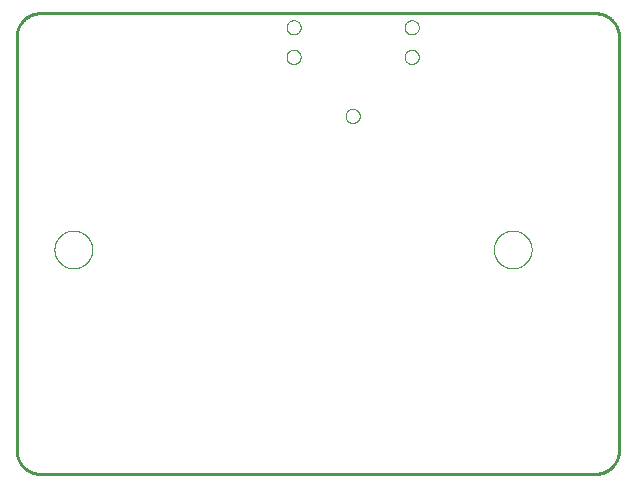
<source format=gbp>
G75*
%MOIN*%
%OFA0B0*%
%FSLAX25Y25*%
%IPPOS*%
%LPD*%
%AMOC8*
5,1,8,0,0,1.08239X$1,22.5*
%
%ADD10C,0.00000*%
%ADD11C,0.01000*%
D10*
X0014099Y0081103D02*
X0014101Y0081261D01*
X0014107Y0081419D01*
X0014117Y0081577D01*
X0014131Y0081735D01*
X0014149Y0081892D01*
X0014170Y0082049D01*
X0014196Y0082205D01*
X0014226Y0082361D01*
X0014259Y0082516D01*
X0014297Y0082669D01*
X0014338Y0082822D01*
X0014383Y0082974D01*
X0014432Y0083125D01*
X0014485Y0083274D01*
X0014541Y0083422D01*
X0014601Y0083568D01*
X0014665Y0083713D01*
X0014733Y0083856D01*
X0014804Y0083998D01*
X0014878Y0084138D01*
X0014956Y0084275D01*
X0015038Y0084411D01*
X0015122Y0084545D01*
X0015211Y0084676D01*
X0015302Y0084805D01*
X0015397Y0084932D01*
X0015494Y0085057D01*
X0015595Y0085179D01*
X0015699Y0085298D01*
X0015806Y0085415D01*
X0015916Y0085529D01*
X0016029Y0085640D01*
X0016144Y0085749D01*
X0016262Y0085854D01*
X0016383Y0085956D01*
X0016506Y0086056D01*
X0016632Y0086152D01*
X0016760Y0086245D01*
X0016890Y0086335D01*
X0017023Y0086421D01*
X0017158Y0086505D01*
X0017294Y0086584D01*
X0017433Y0086661D01*
X0017574Y0086733D01*
X0017716Y0086803D01*
X0017860Y0086868D01*
X0018006Y0086930D01*
X0018153Y0086988D01*
X0018302Y0087043D01*
X0018452Y0087094D01*
X0018603Y0087141D01*
X0018755Y0087184D01*
X0018908Y0087223D01*
X0019063Y0087259D01*
X0019218Y0087290D01*
X0019374Y0087318D01*
X0019530Y0087342D01*
X0019687Y0087362D01*
X0019845Y0087378D01*
X0020002Y0087390D01*
X0020161Y0087398D01*
X0020319Y0087402D01*
X0020477Y0087402D01*
X0020635Y0087398D01*
X0020794Y0087390D01*
X0020951Y0087378D01*
X0021109Y0087362D01*
X0021266Y0087342D01*
X0021422Y0087318D01*
X0021578Y0087290D01*
X0021733Y0087259D01*
X0021888Y0087223D01*
X0022041Y0087184D01*
X0022193Y0087141D01*
X0022344Y0087094D01*
X0022494Y0087043D01*
X0022643Y0086988D01*
X0022790Y0086930D01*
X0022936Y0086868D01*
X0023080Y0086803D01*
X0023222Y0086733D01*
X0023363Y0086661D01*
X0023502Y0086584D01*
X0023638Y0086505D01*
X0023773Y0086421D01*
X0023906Y0086335D01*
X0024036Y0086245D01*
X0024164Y0086152D01*
X0024290Y0086056D01*
X0024413Y0085956D01*
X0024534Y0085854D01*
X0024652Y0085749D01*
X0024767Y0085640D01*
X0024880Y0085529D01*
X0024990Y0085415D01*
X0025097Y0085298D01*
X0025201Y0085179D01*
X0025302Y0085057D01*
X0025399Y0084932D01*
X0025494Y0084805D01*
X0025585Y0084676D01*
X0025674Y0084545D01*
X0025758Y0084411D01*
X0025840Y0084275D01*
X0025918Y0084138D01*
X0025992Y0083998D01*
X0026063Y0083856D01*
X0026131Y0083713D01*
X0026195Y0083568D01*
X0026255Y0083422D01*
X0026311Y0083274D01*
X0026364Y0083125D01*
X0026413Y0082974D01*
X0026458Y0082822D01*
X0026499Y0082669D01*
X0026537Y0082516D01*
X0026570Y0082361D01*
X0026600Y0082205D01*
X0026626Y0082049D01*
X0026647Y0081892D01*
X0026665Y0081735D01*
X0026679Y0081577D01*
X0026689Y0081419D01*
X0026695Y0081261D01*
X0026697Y0081103D01*
X0026695Y0080945D01*
X0026689Y0080787D01*
X0026679Y0080629D01*
X0026665Y0080471D01*
X0026647Y0080314D01*
X0026626Y0080157D01*
X0026600Y0080001D01*
X0026570Y0079845D01*
X0026537Y0079690D01*
X0026499Y0079537D01*
X0026458Y0079384D01*
X0026413Y0079232D01*
X0026364Y0079081D01*
X0026311Y0078932D01*
X0026255Y0078784D01*
X0026195Y0078638D01*
X0026131Y0078493D01*
X0026063Y0078350D01*
X0025992Y0078208D01*
X0025918Y0078068D01*
X0025840Y0077931D01*
X0025758Y0077795D01*
X0025674Y0077661D01*
X0025585Y0077530D01*
X0025494Y0077401D01*
X0025399Y0077274D01*
X0025302Y0077149D01*
X0025201Y0077027D01*
X0025097Y0076908D01*
X0024990Y0076791D01*
X0024880Y0076677D01*
X0024767Y0076566D01*
X0024652Y0076457D01*
X0024534Y0076352D01*
X0024413Y0076250D01*
X0024290Y0076150D01*
X0024164Y0076054D01*
X0024036Y0075961D01*
X0023906Y0075871D01*
X0023773Y0075785D01*
X0023638Y0075701D01*
X0023502Y0075622D01*
X0023363Y0075545D01*
X0023222Y0075473D01*
X0023080Y0075403D01*
X0022936Y0075338D01*
X0022790Y0075276D01*
X0022643Y0075218D01*
X0022494Y0075163D01*
X0022344Y0075112D01*
X0022193Y0075065D01*
X0022041Y0075022D01*
X0021888Y0074983D01*
X0021733Y0074947D01*
X0021578Y0074916D01*
X0021422Y0074888D01*
X0021266Y0074864D01*
X0021109Y0074844D01*
X0020951Y0074828D01*
X0020794Y0074816D01*
X0020635Y0074808D01*
X0020477Y0074804D01*
X0020319Y0074804D01*
X0020161Y0074808D01*
X0020002Y0074816D01*
X0019845Y0074828D01*
X0019687Y0074844D01*
X0019530Y0074864D01*
X0019374Y0074888D01*
X0019218Y0074916D01*
X0019063Y0074947D01*
X0018908Y0074983D01*
X0018755Y0075022D01*
X0018603Y0075065D01*
X0018452Y0075112D01*
X0018302Y0075163D01*
X0018153Y0075218D01*
X0018006Y0075276D01*
X0017860Y0075338D01*
X0017716Y0075403D01*
X0017574Y0075473D01*
X0017433Y0075545D01*
X0017294Y0075622D01*
X0017158Y0075701D01*
X0017023Y0075785D01*
X0016890Y0075871D01*
X0016760Y0075961D01*
X0016632Y0076054D01*
X0016506Y0076150D01*
X0016383Y0076250D01*
X0016262Y0076352D01*
X0016144Y0076457D01*
X0016029Y0076566D01*
X0015916Y0076677D01*
X0015806Y0076791D01*
X0015699Y0076908D01*
X0015595Y0077027D01*
X0015494Y0077149D01*
X0015397Y0077274D01*
X0015302Y0077401D01*
X0015211Y0077530D01*
X0015122Y0077661D01*
X0015038Y0077795D01*
X0014956Y0077931D01*
X0014878Y0078068D01*
X0014804Y0078208D01*
X0014733Y0078350D01*
X0014665Y0078493D01*
X0014601Y0078638D01*
X0014541Y0078784D01*
X0014485Y0078932D01*
X0014432Y0079081D01*
X0014383Y0079232D01*
X0014338Y0079384D01*
X0014297Y0079537D01*
X0014259Y0079690D01*
X0014226Y0079845D01*
X0014196Y0080001D01*
X0014170Y0080157D01*
X0014149Y0080314D01*
X0014131Y0080471D01*
X0014117Y0080629D01*
X0014107Y0080787D01*
X0014101Y0080945D01*
X0014099Y0081103D01*
X0091453Y0145300D02*
X0091455Y0145397D01*
X0091461Y0145494D01*
X0091471Y0145590D01*
X0091485Y0145686D01*
X0091503Y0145782D01*
X0091524Y0145876D01*
X0091550Y0145970D01*
X0091579Y0146062D01*
X0091613Y0146153D01*
X0091649Y0146243D01*
X0091690Y0146331D01*
X0091734Y0146417D01*
X0091782Y0146502D01*
X0091833Y0146584D01*
X0091887Y0146665D01*
X0091945Y0146743D01*
X0092006Y0146818D01*
X0092069Y0146891D01*
X0092136Y0146962D01*
X0092206Y0147029D01*
X0092278Y0147094D01*
X0092353Y0147155D01*
X0092431Y0147214D01*
X0092510Y0147269D01*
X0092592Y0147321D01*
X0092676Y0147369D01*
X0092762Y0147414D01*
X0092850Y0147456D01*
X0092939Y0147494D01*
X0093030Y0147528D01*
X0093122Y0147558D01*
X0093215Y0147585D01*
X0093310Y0147607D01*
X0093405Y0147626D01*
X0093501Y0147641D01*
X0093597Y0147652D01*
X0093694Y0147659D01*
X0093791Y0147662D01*
X0093888Y0147661D01*
X0093985Y0147656D01*
X0094081Y0147647D01*
X0094177Y0147634D01*
X0094273Y0147617D01*
X0094368Y0147596D01*
X0094461Y0147572D01*
X0094554Y0147543D01*
X0094646Y0147511D01*
X0094736Y0147475D01*
X0094824Y0147436D01*
X0094911Y0147392D01*
X0094996Y0147346D01*
X0095079Y0147295D01*
X0095160Y0147242D01*
X0095238Y0147185D01*
X0095315Y0147125D01*
X0095388Y0147062D01*
X0095459Y0146996D01*
X0095527Y0146927D01*
X0095593Y0146855D01*
X0095655Y0146781D01*
X0095714Y0146704D01*
X0095770Y0146625D01*
X0095823Y0146543D01*
X0095873Y0146460D01*
X0095918Y0146374D01*
X0095961Y0146287D01*
X0096000Y0146198D01*
X0096035Y0146108D01*
X0096066Y0146016D01*
X0096093Y0145923D01*
X0096117Y0145829D01*
X0096137Y0145734D01*
X0096153Y0145638D01*
X0096165Y0145542D01*
X0096173Y0145445D01*
X0096177Y0145348D01*
X0096177Y0145252D01*
X0096173Y0145155D01*
X0096165Y0145058D01*
X0096153Y0144962D01*
X0096137Y0144866D01*
X0096117Y0144771D01*
X0096093Y0144677D01*
X0096066Y0144584D01*
X0096035Y0144492D01*
X0096000Y0144402D01*
X0095961Y0144313D01*
X0095918Y0144226D01*
X0095873Y0144140D01*
X0095823Y0144057D01*
X0095770Y0143975D01*
X0095714Y0143896D01*
X0095655Y0143819D01*
X0095593Y0143745D01*
X0095527Y0143673D01*
X0095459Y0143604D01*
X0095388Y0143538D01*
X0095315Y0143475D01*
X0095238Y0143415D01*
X0095160Y0143358D01*
X0095079Y0143305D01*
X0094996Y0143254D01*
X0094911Y0143208D01*
X0094824Y0143164D01*
X0094736Y0143125D01*
X0094646Y0143089D01*
X0094554Y0143057D01*
X0094461Y0143028D01*
X0094368Y0143004D01*
X0094273Y0142983D01*
X0094177Y0142966D01*
X0094081Y0142953D01*
X0093985Y0142944D01*
X0093888Y0142939D01*
X0093791Y0142938D01*
X0093694Y0142941D01*
X0093597Y0142948D01*
X0093501Y0142959D01*
X0093405Y0142974D01*
X0093310Y0142993D01*
X0093215Y0143015D01*
X0093122Y0143042D01*
X0093030Y0143072D01*
X0092939Y0143106D01*
X0092850Y0143144D01*
X0092762Y0143186D01*
X0092676Y0143231D01*
X0092592Y0143279D01*
X0092510Y0143331D01*
X0092431Y0143386D01*
X0092353Y0143445D01*
X0092278Y0143506D01*
X0092206Y0143571D01*
X0092136Y0143638D01*
X0092069Y0143709D01*
X0092006Y0143782D01*
X0091945Y0143857D01*
X0091887Y0143935D01*
X0091833Y0144016D01*
X0091782Y0144098D01*
X0091734Y0144183D01*
X0091690Y0144269D01*
X0091649Y0144357D01*
X0091613Y0144447D01*
X0091579Y0144538D01*
X0091550Y0144630D01*
X0091524Y0144724D01*
X0091503Y0144818D01*
X0091485Y0144914D01*
X0091471Y0145010D01*
X0091461Y0145106D01*
X0091455Y0145203D01*
X0091453Y0145300D01*
X0091453Y0155143D02*
X0091455Y0155240D01*
X0091461Y0155337D01*
X0091471Y0155433D01*
X0091485Y0155529D01*
X0091503Y0155625D01*
X0091524Y0155719D01*
X0091550Y0155813D01*
X0091579Y0155905D01*
X0091613Y0155996D01*
X0091649Y0156086D01*
X0091690Y0156174D01*
X0091734Y0156260D01*
X0091782Y0156345D01*
X0091833Y0156427D01*
X0091887Y0156508D01*
X0091945Y0156586D01*
X0092006Y0156661D01*
X0092069Y0156734D01*
X0092136Y0156805D01*
X0092206Y0156872D01*
X0092278Y0156937D01*
X0092353Y0156998D01*
X0092431Y0157057D01*
X0092510Y0157112D01*
X0092592Y0157164D01*
X0092676Y0157212D01*
X0092762Y0157257D01*
X0092850Y0157299D01*
X0092939Y0157337D01*
X0093030Y0157371D01*
X0093122Y0157401D01*
X0093215Y0157428D01*
X0093310Y0157450D01*
X0093405Y0157469D01*
X0093501Y0157484D01*
X0093597Y0157495D01*
X0093694Y0157502D01*
X0093791Y0157505D01*
X0093888Y0157504D01*
X0093985Y0157499D01*
X0094081Y0157490D01*
X0094177Y0157477D01*
X0094273Y0157460D01*
X0094368Y0157439D01*
X0094461Y0157415D01*
X0094554Y0157386D01*
X0094646Y0157354D01*
X0094736Y0157318D01*
X0094824Y0157279D01*
X0094911Y0157235D01*
X0094996Y0157189D01*
X0095079Y0157138D01*
X0095160Y0157085D01*
X0095238Y0157028D01*
X0095315Y0156968D01*
X0095388Y0156905D01*
X0095459Y0156839D01*
X0095527Y0156770D01*
X0095593Y0156698D01*
X0095655Y0156624D01*
X0095714Y0156547D01*
X0095770Y0156468D01*
X0095823Y0156386D01*
X0095873Y0156303D01*
X0095918Y0156217D01*
X0095961Y0156130D01*
X0096000Y0156041D01*
X0096035Y0155951D01*
X0096066Y0155859D01*
X0096093Y0155766D01*
X0096117Y0155672D01*
X0096137Y0155577D01*
X0096153Y0155481D01*
X0096165Y0155385D01*
X0096173Y0155288D01*
X0096177Y0155191D01*
X0096177Y0155095D01*
X0096173Y0154998D01*
X0096165Y0154901D01*
X0096153Y0154805D01*
X0096137Y0154709D01*
X0096117Y0154614D01*
X0096093Y0154520D01*
X0096066Y0154427D01*
X0096035Y0154335D01*
X0096000Y0154245D01*
X0095961Y0154156D01*
X0095918Y0154069D01*
X0095873Y0153983D01*
X0095823Y0153900D01*
X0095770Y0153818D01*
X0095714Y0153739D01*
X0095655Y0153662D01*
X0095593Y0153588D01*
X0095527Y0153516D01*
X0095459Y0153447D01*
X0095388Y0153381D01*
X0095315Y0153318D01*
X0095238Y0153258D01*
X0095160Y0153201D01*
X0095079Y0153148D01*
X0094996Y0153097D01*
X0094911Y0153051D01*
X0094824Y0153007D01*
X0094736Y0152968D01*
X0094646Y0152932D01*
X0094554Y0152900D01*
X0094461Y0152871D01*
X0094368Y0152847D01*
X0094273Y0152826D01*
X0094177Y0152809D01*
X0094081Y0152796D01*
X0093985Y0152787D01*
X0093888Y0152782D01*
X0093791Y0152781D01*
X0093694Y0152784D01*
X0093597Y0152791D01*
X0093501Y0152802D01*
X0093405Y0152817D01*
X0093310Y0152836D01*
X0093215Y0152858D01*
X0093122Y0152885D01*
X0093030Y0152915D01*
X0092939Y0152949D01*
X0092850Y0152987D01*
X0092762Y0153029D01*
X0092676Y0153074D01*
X0092592Y0153122D01*
X0092510Y0153174D01*
X0092431Y0153229D01*
X0092353Y0153288D01*
X0092278Y0153349D01*
X0092206Y0153414D01*
X0092136Y0153481D01*
X0092069Y0153552D01*
X0092006Y0153625D01*
X0091945Y0153700D01*
X0091887Y0153778D01*
X0091833Y0153859D01*
X0091782Y0153941D01*
X0091734Y0154026D01*
X0091690Y0154112D01*
X0091649Y0154200D01*
X0091613Y0154290D01*
X0091579Y0154381D01*
X0091550Y0154473D01*
X0091524Y0154567D01*
X0091503Y0154661D01*
X0091485Y0154757D01*
X0091471Y0154853D01*
X0091461Y0154949D01*
X0091455Y0155046D01*
X0091453Y0155143D01*
X0111138Y0125615D02*
X0111140Y0125712D01*
X0111146Y0125809D01*
X0111156Y0125905D01*
X0111170Y0126001D01*
X0111188Y0126097D01*
X0111209Y0126191D01*
X0111235Y0126285D01*
X0111264Y0126377D01*
X0111298Y0126468D01*
X0111334Y0126558D01*
X0111375Y0126646D01*
X0111419Y0126732D01*
X0111467Y0126817D01*
X0111518Y0126899D01*
X0111572Y0126980D01*
X0111630Y0127058D01*
X0111691Y0127133D01*
X0111754Y0127206D01*
X0111821Y0127277D01*
X0111891Y0127344D01*
X0111963Y0127409D01*
X0112038Y0127470D01*
X0112116Y0127529D01*
X0112195Y0127584D01*
X0112277Y0127636D01*
X0112361Y0127684D01*
X0112447Y0127729D01*
X0112535Y0127771D01*
X0112624Y0127809D01*
X0112715Y0127843D01*
X0112807Y0127873D01*
X0112900Y0127900D01*
X0112995Y0127922D01*
X0113090Y0127941D01*
X0113186Y0127956D01*
X0113282Y0127967D01*
X0113379Y0127974D01*
X0113476Y0127977D01*
X0113573Y0127976D01*
X0113670Y0127971D01*
X0113766Y0127962D01*
X0113862Y0127949D01*
X0113958Y0127932D01*
X0114053Y0127911D01*
X0114146Y0127887D01*
X0114239Y0127858D01*
X0114331Y0127826D01*
X0114421Y0127790D01*
X0114509Y0127751D01*
X0114596Y0127707D01*
X0114681Y0127661D01*
X0114764Y0127610D01*
X0114845Y0127557D01*
X0114923Y0127500D01*
X0115000Y0127440D01*
X0115073Y0127377D01*
X0115144Y0127311D01*
X0115212Y0127242D01*
X0115278Y0127170D01*
X0115340Y0127096D01*
X0115399Y0127019D01*
X0115455Y0126940D01*
X0115508Y0126858D01*
X0115558Y0126775D01*
X0115603Y0126689D01*
X0115646Y0126602D01*
X0115685Y0126513D01*
X0115720Y0126423D01*
X0115751Y0126331D01*
X0115778Y0126238D01*
X0115802Y0126144D01*
X0115822Y0126049D01*
X0115838Y0125953D01*
X0115850Y0125857D01*
X0115858Y0125760D01*
X0115862Y0125663D01*
X0115862Y0125567D01*
X0115858Y0125470D01*
X0115850Y0125373D01*
X0115838Y0125277D01*
X0115822Y0125181D01*
X0115802Y0125086D01*
X0115778Y0124992D01*
X0115751Y0124899D01*
X0115720Y0124807D01*
X0115685Y0124717D01*
X0115646Y0124628D01*
X0115603Y0124541D01*
X0115558Y0124455D01*
X0115508Y0124372D01*
X0115455Y0124290D01*
X0115399Y0124211D01*
X0115340Y0124134D01*
X0115278Y0124060D01*
X0115212Y0123988D01*
X0115144Y0123919D01*
X0115073Y0123853D01*
X0115000Y0123790D01*
X0114923Y0123730D01*
X0114845Y0123673D01*
X0114764Y0123620D01*
X0114681Y0123569D01*
X0114596Y0123523D01*
X0114509Y0123479D01*
X0114421Y0123440D01*
X0114331Y0123404D01*
X0114239Y0123372D01*
X0114146Y0123343D01*
X0114053Y0123319D01*
X0113958Y0123298D01*
X0113862Y0123281D01*
X0113766Y0123268D01*
X0113670Y0123259D01*
X0113573Y0123254D01*
X0113476Y0123253D01*
X0113379Y0123256D01*
X0113282Y0123263D01*
X0113186Y0123274D01*
X0113090Y0123289D01*
X0112995Y0123308D01*
X0112900Y0123330D01*
X0112807Y0123357D01*
X0112715Y0123387D01*
X0112624Y0123421D01*
X0112535Y0123459D01*
X0112447Y0123501D01*
X0112361Y0123546D01*
X0112277Y0123594D01*
X0112195Y0123646D01*
X0112116Y0123701D01*
X0112038Y0123760D01*
X0111963Y0123821D01*
X0111891Y0123886D01*
X0111821Y0123953D01*
X0111754Y0124024D01*
X0111691Y0124097D01*
X0111630Y0124172D01*
X0111572Y0124250D01*
X0111518Y0124331D01*
X0111467Y0124413D01*
X0111419Y0124498D01*
X0111375Y0124584D01*
X0111334Y0124672D01*
X0111298Y0124762D01*
X0111264Y0124853D01*
X0111235Y0124945D01*
X0111209Y0125039D01*
X0111188Y0125133D01*
X0111170Y0125229D01*
X0111156Y0125325D01*
X0111146Y0125421D01*
X0111140Y0125518D01*
X0111138Y0125615D01*
X0130823Y0145300D02*
X0130825Y0145397D01*
X0130831Y0145494D01*
X0130841Y0145590D01*
X0130855Y0145686D01*
X0130873Y0145782D01*
X0130894Y0145876D01*
X0130920Y0145970D01*
X0130949Y0146062D01*
X0130983Y0146153D01*
X0131019Y0146243D01*
X0131060Y0146331D01*
X0131104Y0146417D01*
X0131152Y0146502D01*
X0131203Y0146584D01*
X0131257Y0146665D01*
X0131315Y0146743D01*
X0131376Y0146818D01*
X0131439Y0146891D01*
X0131506Y0146962D01*
X0131576Y0147029D01*
X0131648Y0147094D01*
X0131723Y0147155D01*
X0131801Y0147214D01*
X0131880Y0147269D01*
X0131962Y0147321D01*
X0132046Y0147369D01*
X0132132Y0147414D01*
X0132220Y0147456D01*
X0132309Y0147494D01*
X0132400Y0147528D01*
X0132492Y0147558D01*
X0132585Y0147585D01*
X0132680Y0147607D01*
X0132775Y0147626D01*
X0132871Y0147641D01*
X0132967Y0147652D01*
X0133064Y0147659D01*
X0133161Y0147662D01*
X0133258Y0147661D01*
X0133355Y0147656D01*
X0133451Y0147647D01*
X0133547Y0147634D01*
X0133643Y0147617D01*
X0133738Y0147596D01*
X0133831Y0147572D01*
X0133924Y0147543D01*
X0134016Y0147511D01*
X0134106Y0147475D01*
X0134194Y0147436D01*
X0134281Y0147392D01*
X0134366Y0147346D01*
X0134449Y0147295D01*
X0134530Y0147242D01*
X0134608Y0147185D01*
X0134685Y0147125D01*
X0134758Y0147062D01*
X0134829Y0146996D01*
X0134897Y0146927D01*
X0134963Y0146855D01*
X0135025Y0146781D01*
X0135084Y0146704D01*
X0135140Y0146625D01*
X0135193Y0146543D01*
X0135243Y0146460D01*
X0135288Y0146374D01*
X0135331Y0146287D01*
X0135370Y0146198D01*
X0135405Y0146108D01*
X0135436Y0146016D01*
X0135463Y0145923D01*
X0135487Y0145829D01*
X0135507Y0145734D01*
X0135523Y0145638D01*
X0135535Y0145542D01*
X0135543Y0145445D01*
X0135547Y0145348D01*
X0135547Y0145252D01*
X0135543Y0145155D01*
X0135535Y0145058D01*
X0135523Y0144962D01*
X0135507Y0144866D01*
X0135487Y0144771D01*
X0135463Y0144677D01*
X0135436Y0144584D01*
X0135405Y0144492D01*
X0135370Y0144402D01*
X0135331Y0144313D01*
X0135288Y0144226D01*
X0135243Y0144140D01*
X0135193Y0144057D01*
X0135140Y0143975D01*
X0135084Y0143896D01*
X0135025Y0143819D01*
X0134963Y0143745D01*
X0134897Y0143673D01*
X0134829Y0143604D01*
X0134758Y0143538D01*
X0134685Y0143475D01*
X0134608Y0143415D01*
X0134530Y0143358D01*
X0134449Y0143305D01*
X0134366Y0143254D01*
X0134281Y0143208D01*
X0134194Y0143164D01*
X0134106Y0143125D01*
X0134016Y0143089D01*
X0133924Y0143057D01*
X0133831Y0143028D01*
X0133738Y0143004D01*
X0133643Y0142983D01*
X0133547Y0142966D01*
X0133451Y0142953D01*
X0133355Y0142944D01*
X0133258Y0142939D01*
X0133161Y0142938D01*
X0133064Y0142941D01*
X0132967Y0142948D01*
X0132871Y0142959D01*
X0132775Y0142974D01*
X0132680Y0142993D01*
X0132585Y0143015D01*
X0132492Y0143042D01*
X0132400Y0143072D01*
X0132309Y0143106D01*
X0132220Y0143144D01*
X0132132Y0143186D01*
X0132046Y0143231D01*
X0131962Y0143279D01*
X0131880Y0143331D01*
X0131801Y0143386D01*
X0131723Y0143445D01*
X0131648Y0143506D01*
X0131576Y0143571D01*
X0131506Y0143638D01*
X0131439Y0143709D01*
X0131376Y0143782D01*
X0131315Y0143857D01*
X0131257Y0143935D01*
X0131203Y0144016D01*
X0131152Y0144098D01*
X0131104Y0144183D01*
X0131060Y0144269D01*
X0131019Y0144357D01*
X0130983Y0144447D01*
X0130949Y0144538D01*
X0130920Y0144630D01*
X0130894Y0144724D01*
X0130873Y0144818D01*
X0130855Y0144914D01*
X0130841Y0145010D01*
X0130831Y0145106D01*
X0130825Y0145203D01*
X0130823Y0145300D01*
X0130823Y0155143D02*
X0130825Y0155240D01*
X0130831Y0155337D01*
X0130841Y0155433D01*
X0130855Y0155529D01*
X0130873Y0155625D01*
X0130894Y0155719D01*
X0130920Y0155813D01*
X0130949Y0155905D01*
X0130983Y0155996D01*
X0131019Y0156086D01*
X0131060Y0156174D01*
X0131104Y0156260D01*
X0131152Y0156345D01*
X0131203Y0156427D01*
X0131257Y0156508D01*
X0131315Y0156586D01*
X0131376Y0156661D01*
X0131439Y0156734D01*
X0131506Y0156805D01*
X0131576Y0156872D01*
X0131648Y0156937D01*
X0131723Y0156998D01*
X0131801Y0157057D01*
X0131880Y0157112D01*
X0131962Y0157164D01*
X0132046Y0157212D01*
X0132132Y0157257D01*
X0132220Y0157299D01*
X0132309Y0157337D01*
X0132400Y0157371D01*
X0132492Y0157401D01*
X0132585Y0157428D01*
X0132680Y0157450D01*
X0132775Y0157469D01*
X0132871Y0157484D01*
X0132967Y0157495D01*
X0133064Y0157502D01*
X0133161Y0157505D01*
X0133258Y0157504D01*
X0133355Y0157499D01*
X0133451Y0157490D01*
X0133547Y0157477D01*
X0133643Y0157460D01*
X0133738Y0157439D01*
X0133831Y0157415D01*
X0133924Y0157386D01*
X0134016Y0157354D01*
X0134106Y0157318D01*
X0134194Y0157279D01*
X0134281Y0157235D01*
X0134366Y0157189D01*
X0134449Y0157138D01*
X0134530Y0157085D01*
X0134608Y0157028D01*
X0134685Y0156968D01*
X0134758Y0156905D01*
X0134829Y0156839D01*
X0134897Y0156770D01*
X0134963Y0156698D01*
X0135025Y0156624D01*
X0135084Y0156547D01*
X0135140Y0156468D01*
X0135193Y0156386D01*
X0135243Y0156303D01*
X0135288Y0156217D01*
X0135331Y0156130D01*
X0135370Y0156041D01*
X0135405Y0155951D01*
X0135436Y0155859D01*
X0135463Y0155766D01*
X0135487Y0155672D01*
X0135507Y0155577D01*
X0135523Y0155481D01*
X0135535Y0155385D01*
X0135543Y0155288D01*
X0135547Y0155191D01*
X0135547Y0155095D01*
X0135543Y0154998D01*
X0135535Y0154901D01*
X0135523Y0154805D01*
X0135507Y0154709D01*
X0135487Y0154614D01*
X0135463Y0154520D01*
X0135436Y0154427D01*
X0135405Y0154335D01*
X0135370Y0154245D01*
X0135331Y0154156D01*
X0135288Y0154069D01*
X0135243Y0153983D01*
X0135193Y0153900D01*
X0135140Y0153818D01*
X0135084Y0153739D01*
X0135025Y0153662D01*
X0134963Y0153588D01*
X0134897Y0153516D01*
X0134829Y0153447D01*
X0134758Y0153381D01*
X0134685Y0153318D01*
X0134608Y0153258D01*
X0134530Y0153201D01*
X0134449Y0153148D01*
X0134366Y0153097D01*
X0134281Y0153051D01*
X0134194Y0153007D01*
X0134106Y0152968D01*
X0134016Y0152932D01*
X0133924Y0152900D01*
X0133831Y0152871D01*
X0133738Y0152847D01*
X0133643Y0152826D01*
X0133547Y0152809D01*
X0133451Y0152796D01*
X0133355Y0152787D01*
X0133258Y0152782D01*
X0133161Y0152781D01*
X0133064Y0152784D01*
X0132967Y0152791D01*
X0132871Y0152802D01*
X0132775Y0152817D01*
X0132680Y0152836D01*
X0132585Y0152858D01*
X0132492Y0152885D01*
X0132400Y0152915D01*
X0132309Y0152949D01*
X0132220Y0152987D01*
X0132132Y0153029D01*
X0132046Y0153074D01*
X0131962Y0153122D01*
X0131880Y0153174D01*
X0131801Y0153229D01*
X0131723Y0153288D01*
X0131648Y0153349D01*
X0131576Y0153414D01*
X0131506Y0153481D01*
X0131439Y0153552D01*
X0131376Y0153625D01*
X0131315Y0153700D01*
X0131257Y0153778D01*
X0131203Y0153859D01*
X0131152Y0153941D01*
X0131104Y0154026D01*
X0131060Y0154112D01*
X0131019Y0154200D01*
X0130983Y0154290D01*
X0130949Y0154381D01*
X0130920Y0154473D01*
X0130894Y0154567D01*
X0130873Y0154661D01*
X0130855Y0154757D01*
X0130841Y0154853D01*
X0130831Y0154949D01*
X0130825Y0155046D01*
X0130823Y0155143D01*
X0160555Y0081103D02*
X0160557Y0081261D01*
X0160563Y0081419D01*
X0160573Y0081577D01*
X0160587Y0081735D01*
X0160605Y0081892D01*
X0160626Y0082049D01*
X0160652Y0082205D01*
X0160682Y0082361D01*
X0160715Y0082516D01*
X0160753Y0082669D01*
X0160794Y0082822D01*
X0160839Y0082974D01*
X0160888Y0083125D01*
X0160941Y0083274D01*
X0160997Y0083422D01*
X0161057Y0083568D01*
X0161121Y0083713D01*
X0161189Y0083856D01*
X0161260Y0083998D01*
X0161334Y0084138D01*
X0161412Y0084275D01*
X0161494Y0084411D01*
X0161578Y0084545D01*
X0161667Y0084676D01*
X0161758Y0084805D01*
X0161853Y0084932D01*
X0161950Y0085057D01*
X0162051Y0085179D01*
X0162155Y0085298D01*
X0162262Y0085415D01*
X0162372Y0085529D01*
X0162485Y0085640D01*
X0162600Y0085749D01*
X0162718Y0085854D01*
X0162839Y0085956D01*
X0162962Y0086056D01*
X0163088Y0086152D01*
X0163216Y0086245D01*
X0163346Y0086335D01*
X0163479Y0086421D01*
X0163614Y0086505D01*
X0163750Y0086584D01*
X0163889Y0086661D01*
X0164030Y0086733D01*
X0164172Y0086803D01*
X0164316Y0086868D01*
X0164462Y0086930D01*
X0164609Y0086988D01*
X0164758Y0087043D01*
X0164908Y0087094D01*
X0165059Y0087141D01*
X0165211Y0087184D01*
X0165364Y0087223D01*
X0165519Y0087259D01*
X0165674Y0087290D01*
X0165830Y0087318D01*
X0165986Y0087342D01*
X0166143Y0087362D01*
X0166301Y0087378D01*
X0166458Y0087390D01*
X0166617Y0087398D01*
X0166775Y0087402D01*
X0166933Y0087402D01*
X0167091Y0087398D01*
X0167250Y0087390D01*
X0167407Y0087378D01*
X0167565Y0087362D01*
X0167722Y0087342D01*
X0167878Y0087318D01*
X0168034Y0087290D01*
X0168189Y0087259D01*
X0168344Y0087223D01*
X0168497Y0087184D01*
X0168649Y0087141D01*
X0168800Y0087094D01*
X0168950Y0087043D01*
X0169099Y0086988D01*
X0169246Y0086930D01*
X0169392Y0086868D01*
X0169536Y0086803D01*
X0169678Y0086733D01*
X0169819Y0086661D01*
X0169958Y0086584D01*
X0170094Y0086505D01*
X0170229Y0086421D01*
X0170362Y0086335D01*
X0170492Y0086245D01*
X0170620Y0086152D01*
X0170746Y0086056D01*
X0170869Y0085956D01*
X0170990Y0085854D01*
X0171108Y0085749D01*
X0171223Y0085640D01*
X0171336Y0085529D01*
X0171446Y0085415D01*
X0171553Y0085298D01*
X0171657Y0085179D01*
X0171758Y0085057D01*
X0171855Y0084932D01*
X0171950Y0084805D01*
X0172041Y0084676D01*
X0172130Y0084545D01*
X0172214Y0084411D01*
X0172296Y0084275D01*
X0172374Y0084138D01*
X0172448Y0083998D01*
X0172519Y0083856D01*
X0172587Y0083713D01*
X0172651Y0083568D01*
X0172711Y0083422D01*
X0172767Y0083274D01*
X0172820Y0083125D01*
X0172869Y0082974D01*
X0172914Y0082822D01*
X0172955Y0082669D01*
X0172993Y0082516D01*
X0173026Y0082361D01*
X0173056Y0082205D01*
X0173082Y0082049D01*
X0173103Y0081892D01*
X0173121Y0081735D01*
X0173135Y0081577D01*
X0173145Y0081419D01*
X0173151Y0081261D01*
X0173153Y0081103D01*
X0173151Y0080945D01*
X0173145Y0080787D01*
X0173135Y0080629D01*
X0173121Y0080471D01*
X0173103Y0080314D01*
X0173082Y0080157D01*
X0173056Y0080001D01*
X0173026Y0079845D01*
X0172993Y0079690D01*
X0172955Y0079537D01*
X0172914Y0079384D01*
X0172869Y0079232D01*
X0172820Y0079081D01*
X0172767Y0078932D01*
X0172711Y0078784D01*
X0172651Y0078638D01*
X0172587Y0078493D01*
X0172519Y0078350D01*
X0172448Y0078208D01*
X0172374Y0078068D01*
X0172296Y0077931D01*
X0172214Y0077795D01*
X0172130Y0077661D01*
X0172041Y0077530D01*
X0171950Y0077401D01*
X0171855Y0077274D01*
X0171758Y0077149D01*
X0171657Y0077027D01*
X0171553Y0076908D01*
X0171446Y0076791D01*
X0171336Y0076677D01*
X0171223Y0076566D01*
X0171108Y0076457D01*
X0170990Y0076352D01*
X0170869Y0076250D01*
X0170746Y0076150D01*
X0170620Y0076054D01*
X0170492Y0075961D01*
X0170362Y0075871D01*
X0170229Y0075785D01*
X0170094Y0075701D01*
X0169958Y0075622D01*
X0169819Y0075545D01*
X0169678Y0075473D01*
X0169536Y0075403D01*
X0169392Y0075338D01*
X0169246Y0075276D01*
X0169099Y0075218D01*
X0168950Y0075163D01*
X0168800Y0075112D01*
X0168649Y0075065D01*
X0168497Y0075022D01*
X0168344Y0074983D01*
X0168189Y0074947D01*
X0168034Y0074916D01*
X0167878Y0074888D01*
X0167722Y0074864D01*
X0167565Y0074844D01*
X0167407Y0074828D01*
X0167250Y0074816D01*
X0167091Y0074808D01*
X0166933Y0074804D01*
X0166775Y0074804D01*
X0166617Y0074808D01*
X0166458Y0074816D01*
X0166301Y0074828D01*
X0166143Y0074844D01*
X0165986Y0074864D01*
X0165830Y0074888D01*
X0165674Y0074916D01*
X0165519Y0074947D01*
X0165364Y0074983D01*
X0165211Y0075022D01*
X0165059Y0075065D01*
X0164908Y0075112D01*
X0164758Y0075163D01*
X0164609Y0075218D01*
X0164462Y0075276D01*
X0164316Y0075338D01*
X0164172Y0075403D01*
X0164030Y0075473D01*
X0163889Y0075545D01*
X0163750Y0075622D01*
X0163614Y0075701D01*
X0163479Y0075785D01*
X0163346Y0075871D01*
X0163216Y0075961D01*
X0163088Y0076054D01*
X0162962Y0076150D01*
X0162839Y0076250D01*
X0162718Y0076352D01*
X0162600Y0076457D01*
X0162485Y0076566D01*
X0162372Y0076677D01*
X0162262Y0076791D01*
X0162155Y0076908D01*
X0162051Y0077027D01*
X0161950Y0077149D01*
X0161853Y0077274D01*
X0161758Y0077401D01*
X0161667Y0077530D01*
X0161578Y0077661D01*
X0161494Y0077795D01*
X0161412Y0077931D01*
X0161334Y0078068D01*
X0161260Y0078208D01*
X0161189Y0078350D01*
X0161121Y0078493D01*
X0161057Y0078638D01*
X0160997Y0078784D01*
X0160941Y0078932D01*
X0160888Y0079081D01*
X0160839Y0079232D01*
X0160794Y0079384D01*
X0160753Y0079537D01*
X0160715Y0079690D01*
X0160682Y0079845D01*
X0160652Y0080001D01*
X0160626Y0080157D01*
X0160605Y0080314D01*
X0160587Y0080471D01*
X0160573Y0080629D01*
X0160563Y0080787D01*
X0160557Y0080945D01*
X0160555Y0081103D01*
D11*
X0194413Y0006300D02*
X0009374Y0006300D01*
X0009184Y0006302D01*
X0008994Y0006309D01*
X0008804Y0006321D01*
X0008614Y0006337D01*
X0008425Y0006357D01*
X0008236Y0006383D01*
X0008048Y0006412D01*
X0007861Y0006447D01*
X0007675Y0006486D01*
X0007490Y0006529D01*
X0007305Y0006577D01*
X0007122Y0006629D01*
X0006941Y0006685D01*
X0006761Y0006746D01*
X0006582Y0006812D01*
X0006405Y0006881D01*
X0006229Y0006955D01*
X0006056Y0007033D01*
X0005884Y0007116D01*
X0005715Y0007202D01*
X0005547Y0007292D01*
X0005382Y0007387D01*
X0005219Y0007485D01*
X0005059Y0007588D01*
X0004901Y0007694D01*
X0004746Y0007804D01*
X0004593Y0007917D01*
X0004443Y0008035D01*
X0004297Y0008156D01*
X0004153Y0008280D01*
X0004012Y0008408D01*
X0003874Y0008539D01*
X0003739Y0008674D01*
X0003608Y0008812D01*
X0003480Y0008953D01*
X0003356Y0009097D01*
X0003235Y0009243D01*
X0003117Y0009393D01*
X0003004Y0009546D01*
X0002894Y0009701D01*
X0002788Y0009859D01*
X0002685Y0010019D01*
X0002587Y0010182D01*
X0002492Y0010347D01*
X0002402Y0010515D01*
X0002316Y0010684D01*
X0002233Y0010856D01*
X0002155Y0011029D01*
X0002081Y0011205D01*
X0002012Y0011382D01*
X0001946Y0011561D01*
X0001885Y0011741D01*
X0001829Y0011922D01*
X0001777Y0012105D01*
X0001729Y0012290D01*
X0001686Y0012475D01*
X0001647Y0012661D01*
X0001612Y0012848D01*
X0001583Y0013036D01*
X0001557Y0013225D01*
X0001537Y0013414D01*
X0001521Y0013604D01*
X0001509Y0013794D01*
X0001502Y0013984D01*
X0001500Y0014174D01*
X0001500Y0151969D01*
X0001502Y0152159D01*
X0001509Y0152349D01*
X0001521Y0152539D01*
X0001537Y0152729D01*
X0001557Y0152918D01*
X0001583Y0153107D01*
X0001612Y0153295D01*
X0001647Y0153482D01*
X0001686Y0153668D01*
X0001729Y0153853D01*
X0001777Y0154038D01*
X0001829Y0154221D01*
X0001885Y0154402D01*
X0001946Y0154582D01*
X0002012Y0154761D01*
X0002081Y0154938D01*
X0002155Y0155114D01*
X0002233Y0155287D01*
X0002316Y0155459D01*
X0002402Y0155628D01*
X0002492Y0155796D01*
X0002587Y0155961D01*
X0002685Y0156124D01*
X0002788Y0156284D01*
X0002894Y0156442D01*
X0003004Y0156597D01*
X0003117Y0156750D01*
X0003235Y0156900D01*
X0003356Y0157046D01*
X0003480Y0157190D01*
X0003608Y0157331D01*
X0003739Y0157469D01*
X0003874Y0157604D01*
X0004012Y0157735D01*
X0004153Y0157863D01*
X0004297Y0157987D01*
X0004443Y0158108D01*
X0004593Y0158226D01*
X0004746Y0158339D01*
X0004901Y0158449D01*
X0005059Y0158555D01*
X0005219Y0158658D01*
X0005382Y0158756D01*
X0005547Y0158851D01*
X0005715Y0158941D01*
X0005884Y0159027D01*
X0006056Y0159110D01*
X0006229Y0159188D01*
X0006405Y0159262D01*
X0006582Y0159331D01*
X0006761Y0159397D01*
X0006941Y0159458D01*
X0007122Y0159514D01*
X0007305Y0159566D01*
X0007490Y0159614D01*
X0007675Y0159657D01*
X0007861Y0159696D01*
X0008048Y0159731D01*
X0008236Y0159760D01*
X0008425Y0159786D01*
X0008614Y0159806D01*
X0008804Y0159822D01*
X0008994Y0159834D01*
X0009184Y0159841D01*
X0009374Y0159843D01*
X0194413Y0159843D01*
X0194603Y0159841D01*
X0194793Y0159834D01*
X0194983Y0159822D01*
X0195173Y0159806D01*
X0195362Y0159786D01*
X0195551Y0159760D01*
X0195739Y0159731D01*
X0195926Y0159696D01*
X0196112Y0159657D01*
X0196297Y0159614D01*
X0196482Y0159566D01*
X0196665Y0159514D01*
X0196846Y0159458D01*
X0197026Y0159397D01*
X0197205Y0159331D01*
X0197382Y0159262D01*
X0197558Y0159188D01*
X0197731Y0159110D01*
X0197903Y0159027D01*
X0198072Y0158941D01*
X0198240Y0158851D01*
X0198405Y0158756D01*
X0198568Y0158658D01*
X0198728Y0158555D01*
X0198886Y0158449D01*
X0199041Y0158339D01*
X0199194Y0158226D01*
X0199344Y0158108D01*
X0199490Y0157987D01*
X0199634Y0157863D01*
X0199775Y0157735D01*
X0199913Y0157604D01*
X0200048Y0157469D01*
X0200179Y0157331D01*
X0200307Y0157190D01*
X0200431Y0157046D01*
X0200552Y0156900D01*
X0200670Y0156750D01*
X0200783Y0156597D01*
X0200893Y0156442D01*
X0200999Y0156284D01*
X0201102Y0156124D01*
X0201200Y0155961D01*
X0201295Y0155796D01*
X0201385Y0155628D01*
X0201471Y0155459D01*
X0201554Y0155287D01*
X0201632Y0155114D01*
X0201706Y0154938D01*
X0201775Y0154761D01*
X0201841Y0154582D01*
X0201902Y0154402D01*
X0201958Y0154221D01*
X0202010Y0154038D01*
X0202058Y0153853D01*
X0202101Y0153668D01*
X0202140Y0153482D01*
X0202175Y0153295D01*
X0202204Y0153107D01*
X0202230Y0152918D01*
X0202250Y0152729D01*
X0202266Y0152539D01*
X0202278Y0152349D01*
X0202285Y0152159D01*
X0202287Y0151969D01*
X0202287Y0014174D01*
X0202285Y0013984D01*
X0202278Y0013794D01*
X0202266Y0013604D01*
X0202250Y0013414D01*
X0202230Y0013225D01*
X0202204Y0013036D01*
X0202175Y0012848D01*
X0202140Y0012661D01*
X0202101Y0012475D01*
X0202058Y0012290D01*
X0202010Y0012105D01*
X0201958Y0011922D01*
X0201902Y0011741D01*
X0201841Y0011561D01*
X0201775Y0011382D01*
X0201706Y0011205D01*
X0201632Y0011029D01*
X0201554Y0010856D01*
X0201471Y0010684D01*
X0201385Y0010515D01*
X0201295Y0010347D01*
X0201200Y0010182D01*
X0201102Y0010019D01*
X0200999Y0009859D01*
X0200893Y0009701D01*
X0200783Y0009546D01*
X0200670Y0009393D01*
X0200552Y0009243D01*
X0200431Y0009097D01*
X0200307Y0008953D01*
X0200179Y0008812D01*
X0200048Y0008674D01*
X0199913Y0008539D01*
X0199775Y0008408D01*
X0199634Y0008280D01*
X0199490Y0008156D01*
X0199344Y0008035D01*
X0199194Y0007917D01*
X0199041Y0007804D01*
X0198886Y0007694D01*
X0198728Y0007588D01*
X0198568Y0007485D01*
X0198405Y0007387D01*
X0198240Y0007292D01*
X0198072Y0007202D01*
X0197903Y0007116D01*
X0197731Y0007033D01*
X0197558Y0006955D01*
X0197382Y0006881D01*
X0197205Y0006812D01*
X0197026Y0006746D01*
X0196846Y0006685D01*
X0196665Y0006629D01*
X0196482Y0006577D01*
X0196297Y0006529D01*
X0196112Y0006486D01*
X0195926Y0006447D01*
X0195739Y0006412D01*
X0195551Y0006383D01*
X0195362Y0006357D01*
X0195173Y0006337D01*
X0194983Y0006321D01*
X0194793Y0006309D01*
X0194603Y0006302D01*
X0194413Y0006300D01*
M02*

</source>
